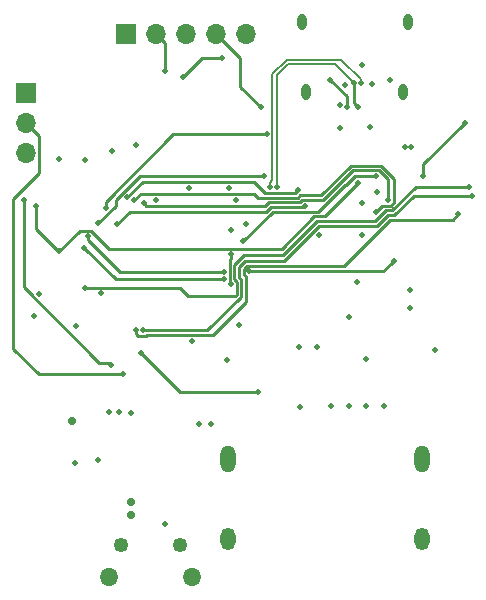
<source format=gbr>
G04 #@! TF.GenerationSoftware,KiCad,Pcbnew,(5.0.0-rc3)*
G04 #@! TF.CreationDate,2019-02-20T01:37:15+01:00*
G04 #@! TF.ProjectId,Adapter,416461707465722E6B696361645F7063,rev?*
G04 #@! TF.SameCoordinates,Original*
G04 #@! TF.FileFunction,Copper,L4,Bot,Signal*
G04 #@! TF.FilePolarity,Positive*
%FSLAX46Y46*%
G04 Gerber Fmt 4.6, Leading zero omitted, Abs format (unit mm)*
G04 Created by KiCad (PCBNEW (5.0.0-rc3)) date Wed Feb 20 01:37:15 2019*
%MOMM*%
%LPD*%
G01*
G04 APERTURE LIST*
G04 #@! TA.AperFunction,ComponentPad*
%ADD10R,1.700000X1.700000*%
G04 #@! TD*
G04 #@! TA.AperFunction,ComponentPad*
%ADD11O,1.700000X1.700000*%
G04 #@! TD*
G04 #@! TA.AperFunction,ComponentPad*
%ADD12O,1.300000X2.300000*%
G04 #@! TD*
G04 #@! TA.AperFunction,ComponentPad*
%ADD13O,1.300000X1.900000*%
G04 #@! TD*
G04 #@! TA.AperFunction,ComponentPad*
%ADD14O,1.250000X1.250000*%
G04 #@! TD*
G04 #@! TA.AperFunction,ComponentPad*
%ADD15O,1.550000X1.550000*%
G04 #@! TD*
G04 #@! TA.AperFunction,ComponentPad*
%ADD16O,0.800000X1.400000*%
G04 #@! TD*
G04 #@! TA.AperFunction,ViaPad*
%ADD17C,0.460000*%
G04 #@! TD*
G04 #@! TA.AperFunction,ViaPad*
%ADD18C,0.700000*%
G04 #@! TD*
G04 #@! TA.AperFunction,Conductor*
%ADD19C,0.220000*%
G04 #@! TD*
G04 #@! TA.AperFunction,Conductor*
%ADD20C,0.205000*%
G04 #@! TD*
G04 #@! TA.AperFunction,Conductor*
%ADD21C,0.270000*%
G04 #@! TD*
G04 APERTURE END LIST*
D10*
G04 #@! TO.P,J5,1*
G04 #@! TO.N,GND*
X28400000Y-41950000D03*
D11*
G04 #@! TO.P,J5,2*
G04 #@! TO.N,/UART_RX*
X28400000Y-44490000D03*
G04 #@! TO.P,J5,3*
G04 #@! TO.N,/UART_TX*
X28400000Y-47030000D03*
G04 #@! TD*
D10*
G04 #@! TO.P,J4,1*
G04 #@! TO.N,+3V3*
X36880000Y-37000000D03*
D11*
G04 #@! TO.P,J4,2*
G04 #@! TO.N,/SWCLK*
X39420000Y-37000000D03*
G04 #@! TO.P,J4,3*
G04 #@! TO.N,GND*
X41960000Y-37000000D03*
G04 #@! TO.P,J4,4*
G04 #@! TO.N,/SWDIO*
X44500000Y-37000000D03*
G04 #@! TO.P,J4,5*
G04 #@! TO.N,/nRESET*
X47040000Y-37000000D03*
G04 #@! TD*
D12*
G04 #@! TO.P,J2,SH*
G04 #@! TO.N,GND*
X45439160Y-72919780D03*
X61939160Y-72919780D03*
D13*
X45439160Y-79699780D03*
X61939160Y-79699780D03*
G04 #@! TD*
D14*
G04 #@! TO.P,J1,SH*
G04 #@! TO.N,GND*
X41400000Y-80200000D03*
X36400000Y-80200000D03*
D15*
X42400000Y-82900000D03*
X35400000Y-82900000D03*
G04 #@! TD*
D16*
G04 #@! TO.P,J3,S1*
G04 #@! TO.N,GND*
X60690000Y-35960000D03*
X51710000Y-35960000D03*
X52070000Y-41910000D03*
X60330000Y-41910000D03*
G04 #@! TD*
D17*
G04 #@! TO.N,/D+*
X56500000Y-43174019D03*
X56143356Y-41108139D03*
X49616306Y-49919946D03*
G04 #@! TO.N,GND*
X54217850Y-68500000D03*
X55700000Y-60900000D03*
X58700000Y-68500000D03*
X57200000Y-68500000D03*
X55700000Y-68500000D03*
X53000000Y-63500000D03*
X32500000Y-73300000D03*
D18*
X32300000Y-69700000D03*
D17*
X60900000Y-58600000D03*
X63000000Y-63700000D03*
X51475000Y-63450000D03*
X36225000Y-69000000D03*
X35375000Y-69000000D03*
X37225000Y-69025000D03*
X29080000Y-60880000D03*
X34712904Y-58932010D03*
X42425000Y-62949021D03*
X37690000Y-46360000D03*
X35679444Y-46891835D03*
X33390000Y-47640000D03*
X56810000Y-53980000D03*
X53160000Y-54010000D03*
X46990000Y-53086000D03*
X51562000Y-68580000D03*
X45400000Y-64531990D03*
X29459904Y-58990096D03*
X59182000Y-40894000D03*
X40132000Y-78486000D03*
X45719994Y-53594000D03*
X39370000Y-51007990D03*
X45548420Y-50007988D03*
X42138598Y-50007988D03*
X58121367Y-50378633D03*
G04 #@! TO.N,/D-*
X56730318Y-41115771D03*
X49000000Y-49919946D03*
D18*
G04 #@! TO.N,VBUS*
X37300000Y-77699996D03*
X37300000Y-76599988D03*
D17*
X65500000Y-44500000D03*
X62000000Y-49000000D03*
G04 #@! TO.N,/AUX+*
X54100000Y-40825000D03*
X55519485Y-43117371D03*
G04 #@! TO.N,/HPD*
X48000000Y-67300000D03*
X38100000Y-64008000D03*
G04 #@! TO.N,/CC2*
X55350000Y-41275000D03*
X56825000Y-39600000D03*
G04 #@! TO.N,/CC1*
X29240000Y-51530000D03*
X31140000Y-55370000D03*
X56500000Y-49592010D03*
G04 #@! TO.N,VOD_CTL*
X36068000Y-53086000D03*
X52000031Y-51507990D03*
G04 #@! TO.N,PRE_CTL*
X36947778Y-50794245D03*
X51418461Y-50161454D03*
G04 #@! TO.N,EN_CTL*
X38324904Y-51308000D03*
X59000000Y-51000000D03*
G04 #@! TO.N,EQ_CTL*
X37513030Y-51061082D03*
X58000000Y-52000000D03*
G04 #@! TO.N,/nRESET*
X41656000Y-40640000D03*
X57150000Y-64516000D03*
X45000000Y-39000016D03*
G04 #@! TO.N,VBUS_EN*
X46750000Y-54500000D03*
X58000000Y-49000000D03*
G04 #@! TO.N,Net-(R9-Pad2)*
X48500000Y-49000000D03*
X34500000Y-53000000D03*
G04 #@! TO.N,Net-(J3-PadA4)*
X57500000Y-44800000D03*
X54982990Y-44883268D03*
X57667010Y-41186022D03*
X54950000Y-42975000D03*
X60500000Y-46500000D03*
X61000000Y-46500000D03*
G04 #@! TO.N,/LED_B_L*
X66150000Y-50650000D03*
X38280000Y-62060000D03*
G04 #@! TO.N,/LED_G_L*
X65900000Y-49930000D03*
X33380000Y-58440000D03*
G04 #@! TO.N,/LED_R_L*
X64939826Y-52230714D03*
X37682996Y-62043004D03*
G04 #@! TO.N,/CC1_EN*
X33645885Y-54099117D03*
X45119958Y-57150000D03*
G04 #@! TO.N,/CC1_TX*
X33302842Y-55089150D03*
X45119958Y-57737013D03*
G04 #@! TO.N,+3V3*
X34500000Y-73000000D03*
X43000000Y-70000000D03*
X44000000Y-70000000D03*
X56400000Y-58000000D03*
X60925000Y-60200000D03*
X31190000Y-47569998D03*
X56800000Y-51300000D03*
G04 #@! TO.N,/TX_CLK*
X45720000Y-55626000D03*
X45720000Y-58166000D03*
G04 #@! TO.N,/SWCLK*
X40132000Y-40132000D03*
G04 #@! TO.N,/SWDIO*
X48260000Y-43180000D03*
G04 #@! TO.N,/UART_TX*
X35560000Y-65024000D03*
X28194000Y-51054000D03*
G04 #@! TO.N,/UART_RX*
X36576000Y-65786000D03*
G04 #@! TO.N,/BOOT*
X47295000Y-57058202D03*
X59511899Y-56183909D03*
G04 #@! TO.N,Net-(R14-Pad2)*
X48752010Y-45466000D03*
X35120495Y-51683697D03*
G04 #@! TO.N,VDD*
X46375000Y-61625000D03*
X32640000Y-61710000D03*
X46147300Y-51007990D03*
G04 #@! TD*
D19*
G04 #@! TO.N,/D+*
X56500000Y-43174019D02*
X56143356Y-42817375D01*
X56143356Y-42817375D02*
X56143356Y-41433408D01*
X56143356Y-41433408D02*
X56143356Y-41108139D01*
D20*
X49616306Y-49594677D02*
X49616306Y-49919946D01*
X50568759Y-39466001D02*
X49616306Y-40418454D01*
X56143356Y-41108139D02*
X54501218Y-39466001D01*
X54501218Y-39466001D02*
X50568759Y-39466001D01*
X49616306Y-40418454D02*
X49616306Y-49594677D01*
G04 #@! TO.N,/D-*
X50431235Y-39133991D02*
X49229999Y-40335227D01*
X55073806Y-39133990D02*
X50431235Y-39133991D01*
X56730318Y-40790502D02*
X55073806Y-39133990D01*
X56730318Y-41115771D02*
X56730318Y-40790502D01*
X49229999Y-40335227D02*
X49229999Y-49364678D01*
X49000000Y-49594677D02*
X49000000Y-49919946D01*
X49229999Y-49364678D02*
X49000000Y-49594677D01*
D21*
G04 #@! TO.N,VBUS*
X65500000Y-44500000D02*
X62000000Y-48000000D01*
X62000000Y-48000000D02*
X62000000Y-49000000D01*
D19*
G04 #@! TO.N,/AUX+*
X54100000Y-40825000D02*
X55519485Y-42244485D01*
X55519485Y-42244485D02*
X55519485Y-42792102D01*
X55519485Y-42792102D02*
X55519485Y-43117371D01*
D21*
G04 #@! TO.N,/HPD*
X48000000Y-67300000D02*
X41392000Y-67300000D01*
X41392000Y-67300000D02*
X38329999Y-64237999D01*
X38329999Y-64237999D02*
X38100000Y-64008000D01*
G04 #@! TO.N,/CC1*
X29240000Y-53470000D02*
X30910001Y-55140001D01*
X29240000Y-51530000D02*
X29240000Y-53470000D01*
X30910001Y-55140001D02*
X31140000Y-55370000D01*
X32902885Y-53607115D02*
X33882046Y-53607115D01*
X53694999Y-52397011D02*
X56270001Y-49822009D01*
X52777720Y-52397011D02*
X53694999Y-52397011D01*
X35408930Y-55133999D02*
X50040732Y-55133999D01*
X56270001Y-49822009D02*
X56500000Y-49592010D01*
X31140000Y-55370000D02*
X32902885Y-53607115D01*
X33882046Y-53607115D02*
X35408930Y-55133999D01*
X50040732Y-55133999D02*
X52777720Y-52397011D01*
G04 #@! TO.N,VOD_CTL*
X37154000Y-52000000D02*
X48688542Y-52000000D01*
X51905032Y-51602989D02*
X52000031Y-51507990D01*
X36068000Y-53086000D02*
X37154000Y-52000000D01*
X48688542Y-52000000D02*
X49085553Y-51602989D01*
X49085553Y-51602989D02*
X51905032Y-51602989D01*
G04 #@! TO.N,PRE_CTL*
X47680256Y-49500000D02*
X48592212Y-50411956D01*
X48592212Y-50411956D02*
X51167959Y-50411956D01*
X36947778Y-50794245D02*
X38242023Y-49500000D01*
X38242023Y-49500000D02*
X47680256Y-49500000D01*
X51188462Y-50391453D02*
X51418461Y-50161454D01*
X51167959Y-50411956D02*
X51188462Y-50391453D01*
G04 #@! TO.N,EN_CTL*
X51763869Y-51015988D02*
X53545470Y-51015988D01*
X48589085Y-51537999D02*
X48921106Y-51205978D01*
X38324904Y-51308000D02*
X38554903Y-51537999D01*
X38554903Y-51537999D02*
X48589085Y-51537999D01*
X56053460Y-48507998D02*
X58236162Y-48507998D01*
X48921106Y-51205978D02*
X51573879Y-51205978D01*
X59000000Y-50674731D02*
X59000000Y-51000000D01*
X51573879Y-51205978D02*
X51763869Y-51015988D01*
X59000000Y-49271836D02*
X59000000Y-50674731D01*
X58236162Y-48507998D02*
X59000000Y-49271836D01*
X53545470Y-51015988D02*
X56053460Y-48507998D01*
G04 #@! TO.N,EQ_CTL*
X47710378Y-50500000D02*
X48019345Y-50808967D01*
X53381023Y-50618977D02*
X55889012Y-48110988D01*
X58507998Y-51492002D02*
X58229999Y-51770001D01*
X51409432Y-50808967D02*
X51599422Y-50618977D01*
X59236162Y-51492002D02*
X58507998Y-51492002D01*
X51599422Y-50618977D02*
X53381023Y-50618977D01*
X59500000Y-51228164D02*
X59236162Y-51492002D01*
X55889012Y-48110988D02*
X58400610Y-48110988D01*
X58229999Y-51770001D02*
X58000000Y-52000000D01*
X38074112Y-50500000D02*
X47710378Y-50500000D01*
X59500000Y-49210378D02*
X59500000Y-51228164D01*
X48019345Y-50808967D02*
X51409432Y-50808967D01*
X37513030Y-51061082D02*
X38074112Y-50500000D01*
X58400610Y-48110988D02*
X59500000Y-49210378D01*
G04 #@! TO.N,/nRESET*
X43295984Y-39000016D02*
X44674731Y-39000016D01*
X44674731Y-39000016D02*
X45000000Y-39000016D01*
X41656000Y-40640000D02*
X43295984Y-39000016D01*
G04 #@! TO.N,VBUS_EN*
X53122915Y-51999999D02*
X55372914Y-49750000D01*
X49250001Y-51999999D02*
X53122915Y-51999999D01*
X46750000Y-54500000D02*
X49250001Y-51999999D01*
X55372914Y-49750000D02*
X55450000Y-49750000D01*
X55450000Y-49750000D02*
X56200000Y-49000000D01*
X56200000Y-49000000D02*
X58000000Y-49000000D01*
G04 #@! TO.N,Net-(R9-Pad2)*
X48500000Y-49000000D02*
X38000000Y-49000000D01*
X38000000Y-49000000D02*
X36000000Y-51000000D01*
X36000000Y-51000000D02*
X36000000Y-51500000D01*
X36000000Y-51500000D02*
X34500000Y-53000000D01*
G04 #@! TO.N,/LED_B_L*
X59565056Y-52286024D02*
X59003598Y-52286024D01*
X53160047Y-53191033D02*
X50181889Y-56169191D01*
X46405989Y-57562367D02*
X46609013Y-57765391D01*
X46609013Y-57765391D02*
X46609012Y-59190988D01*
X46609012Y-59190988D02*
X43740000Y-62060000D01*
X46405989Y-56657595D02*
X46405989Y-57562367D01*
X66150000Y-50650000D02*
X61201080Y-50650000D01*
X38605269Y-62060000D02*
X38280000Y-62060000D01*
X50181889Y-56169191D02*
X46894393Y-56169191D01*
X43740000Y-62060000D02*
X38605269Y-62060000D01*
X61201080Y-50650000D02*
X59565056Y-52286024D01*
X58098589Y-53191033D02*
X53160047Y-53191033D01*
X46894393Y-56169191D02*
X46405989Y-56657595D01*
X59003598Y-52286024D02*
X58098589Y-53191033D01*
G04 #@! TO.N,/LED_G_L*
X42120000Y-59180000D02*
X41380000Y-58440000D01*
X58839151Y-51889013D02*
X57934142Y-52794022D01*
X52995600Y-52794022D02*
X50132611Y-55657011D01*
X46008978Y-57726814D02*
X46212002Y-57929838D01*
X65900000Y-49930000D02*
X61359622Y-49930000D01*
X50132611Y-55657011D02*
X46845115Y-55657011D01*
X46008978Y-56493148D02*
X46008978Y-57726814D01*
X57934142Y-52794022D02*
X52995600Y-52794022D01*
X41380000Y-58440000D02*
X33705269Y-58440000D01*
X61359622Y-49930000D02*
X59400609Y-51889013D01*
X46212002Y-57929838D02*
X46212002Y-59026540D01*
X46845115Y-55657011D02*
X46008978Y-56493148D01*
X33705269Y-58440000D02*
X33380000Y-58440000D01*
X46058542Y-59180000D02*
X42120000Y-59180000D01*
X46212002Y-59026540D02*
X46058542Y-59180000D01*
X59400609Y-51889013D02*
X58839151Y-51889013D01*
G04 #@! TO.N,/LED_R_L*
X64939826Y-52230714D02*
X64487505Y-52683035D01*
X38611153Y-62457011D02*
X38516162Y-62552002D01*
X46803000Y-57294364D02*
X47027999Y-57519363D01*
X47027999Y-59663459D02*
X44234447Y-62457011D01*
X46803000Y-56822042D02*
X46803000Y-57294364D01*
X64487505Y-52683035D02*
X59168045Y-52683035D01*
X37866725Y-62552002D02*
X37682996Y-62368273D01*
X47027999Y-57519363D02*
X47027999Y-59663459D01*
X55284878Y-56566202D02*
X47058840Y-56566202D01*
X44234447Y-62457011D02*
X38611153Y-62457011D01*
X38516162Y-62552002D02*
X37866725Y-62552002D01*
X59168045Y-52683035D02*
X55284878Y-56566202D01*
X37682996Y-62368273D02*
X37682996Y-62043004D01*
X47058840Y-56566202D02*
X46803000Y-56822042D01*
G04 #@! TO.N,/CC1_EN*
X33645885Y-54424386D02*
X36371499Y-57150000D01*
X36371499Y-57150000D02*
X44794689Y-57150000D01*
X33645885Y-54099117D02*
X33645885Y-54424386D01*
X44794689Y-57150000D02*
X45119958Y-57150000D01*
G04 #@! TO.N,/CC1_TX*
X35950705Y-57737013D02*
X44794689Y-57737013D01*
X33302842Y-55089150D02*
X35950705Y-57737013D01*
X44794689Y-57737013D02*
X45119958Y-57737013D01*
G04 #@! TO.N,/TX_CLK*
X45720000Y-55951269D02*
X45611969Y-56059300D01*
X45611969Y-56059300D02*
X45611969Y-58057969D01*
X45611969Y-58057969D02*
X45720000Y-58166000D01*
X45720000Y-55626000D02*
X45720000Y-55951269D01*
G04 #@! TO.N,/SWCLK*
X40132000Y-37712000D02*
X39420000Y-37000000D01*
X40132000Y-40132000D02*
X40132000Y-37712000D01*
G04 #@! TO.N,/SWDIO*
X46500000Y-39000000D02*
X44500000Y-37000000D01*
X48260000Y-43180000D02*
X46500000Y-41420000D01*
X46500000Y-41420000D02*
X46500000Y-39000000D01*
G04 #@! TO.N,/UART_TX*
X35330001Y-64794001D02*
X34568001Y-64794001D01*
X35560000Y-65024000D02*
X35330001Y-64794001D01*
X34568001Y-64794001D02*
X28194000Y-58420000D01*
X28194000Y-58420000D02*
X28194000Y-51054000D01*
G04 #@! TO.N,/UART_RX*
X36576000Y-65786000D02*
X29464000Y-65786000D01*
X27287999Y-63609999D02*
X27287999Y-50944001D01*
X29464000Y-65786000D02*
X27287999Y-63609999D01*
X29512001Y-45602001D02*
X29249999Y-45339999D01*
X29249999Y-45339999D02*
X28400000Y-44490000D01*
X29512001Y-48719999D02*
X29512001Y-45602001D01*
X27287999Y-50944001D02*
X29512001Y-48719999D01*
G04 #@! TO.N,/BOOT*
X47295000Y-57058202D02*
X58637606Y-57058202D01*
X59281900Y-56413908D02*
X59511899Y-56183909D01*
X58637606Y-57058202D02*
X59281900Y-56413908D01*
G04 #@! TO.N,Net-(R14-Pad2)*
X40822723Y-45466000D02*
X35120495Y-51168228D01*
X35120495Y-51358428D02*
X35120495Y-51683697D01*
X35120495Y-51168228D02*
X35120495Y-51358428D01*
X48752010Y-45466000D02*
X40822723Y-45466000D01*
G04 #@! TD*
M02*

</source>
